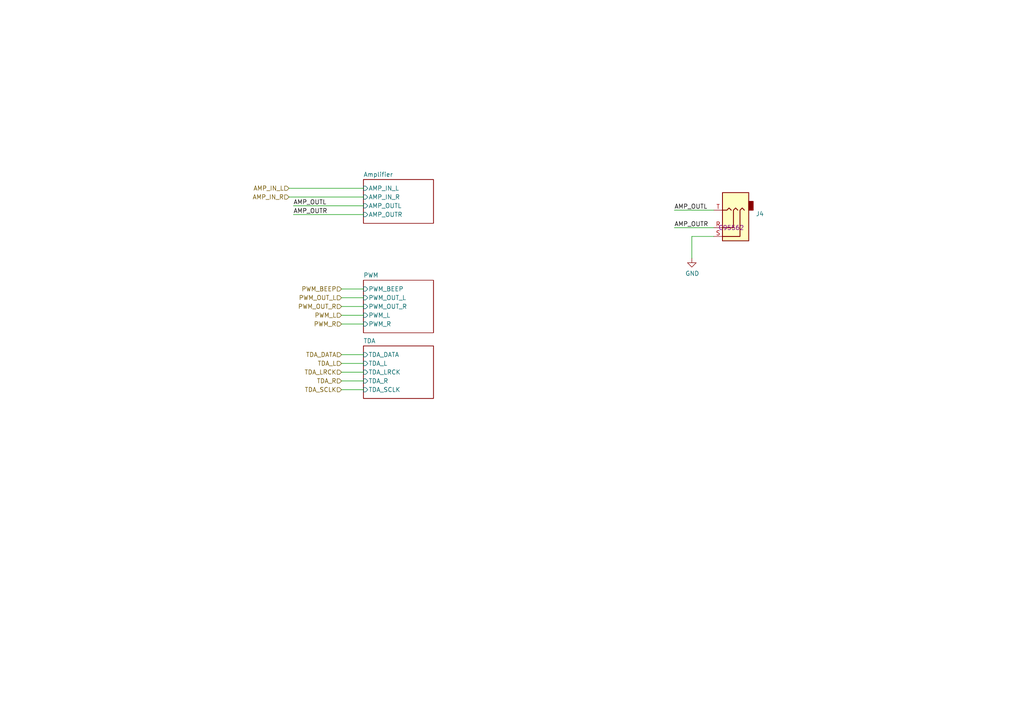
<source format=kicad_sch>
(kicad_sch (version 20250114) (generator "eeschema") (generator_version "9.0")
  (paper "A4")
  (title_block (title "MiniFRANK RM1") (date "2025-04-09") (rev "${VERSION}") (company "Mikhail Matveev") (comment 1 "https://github.com/xtremespb/frank"))
  (lib_symbols
    (symbol "FRANK:AudioJack_3.5mm"
      (property "Reference" "AJ2" (at -7.1119 -4.0097 0))
      (symbol "AudioJack_3.5mm_0_1"
        (rectangle (start -5.08 -5.08) (end -6.35 -7.62) (stroke (width 0.254)) (fill (type outline)))
        (polyline (pts (xy -1.905 -5.08) (xy -1.27 -5.715) (xy -0.635 -5.08) (xy -0.635 0) (xy 2.54 0)) (stroke (width 0.254)))
        (polyline (pts (xy 0 -5.08) (xy 0.635 -5.715) (xy 1.27 -5.08) (xy 2.54 -5.08)) (stroke (width 0.254)))
        (rectangle (start 2.54 3.81) (end -5.08 -10.16) (stroke (width 0.254)) (fill (type background)))
        (polyline (pts (xy 2.54 2.54) (xy -2.54 2.54) (xy -2.54 -5.08) (xy -3.175 -5.715) (xy -3.81 -5.08)) (stroke (width 0.254)))
      )
      (symbol "AudioJack_3.5mm_1_1"
        (pin passive line (at 5.08 2.54 180) (length 2.54) (name "~") (number "S"))
        (pin passive line (at 5.08 0 180) (length 2.54) (name "~") (number "R"))
        (pin passive line (at 5.08 -5.08 180) (length 2.54) (name "~") (number "T"))
      )
    )
    (symbol "GND_1" (power) (pin_numbers (hide yes)) (pin_names (offset 0) (hide yes))
      (property "Value" "GND" (at 0 -3.81 0))
      (symbol "GND_1_0_1"
        (polyline (pts (xy 0 0) (xy 0 -1.27) (xy 1.27 -1.27) (xy 0 -2.54) (xy -1.27 -1.27) (xy 0 -1.27)))
      )
      (symbol "GND_1_1_1"
        (pin power_in line (at 0 0 270) (length 0) (name "~") (number "1"))
      )
    )
  )
  (wire (pts (xy 195.58 66.04) (xy 207.01 66.04)))
  (wire (pts (xy 99.06 110.49) (xy 105.41 110.49)))
  (wire (pts (xy 85.09 62.23) (xy 105.41 62.23)))
  (wire (pts (xy 85.09 59.69) (xy 105.41 59.69)))
  (wire (pts (xy 99.06 83.82) (xy 105.41 83.82)))
  (wire (pts (xy 99.06 107.95) (xy 105.41 107.95)))
  (wire (pts (xy 99.06 93.98) (xy 105.41 93.98)))
  (wire (pts (xy 99.06 105.41) (xy 105.41 105.41)))
  (wire (pts (xy 99.06 113.03) (xy 105.41 113.03)))
  (wire (pts (xy 195.58 60.96) (xy 207.01 60.96)))
  (wire (pts (xy 207.01 68.58) (xy 200.66 68.58)))
  (wire (pts (xy 99.06 102.87) (xy 105.41 102.87)))
  (wire (pts (xy 99.06 88.9) (xy 105.41 88.9)))
  (wire (pts (xy 83.82 57.15) (xy 105.41 57.15)))
  (wire (pts (xy 83.82 54.61) (xy 105.41 54.61)))
  (wire (pts (xy 200.66 68.58) (xy 200.66 74.93)))
  (wire (pts (xy 99.06 91.44) (xy 105.41 91.44)))
  (wire (pts (xy 99.06 86.36) (xy 105.41 86.36)))
  (label "AMP_OUTR" (at 195.58 66.04 0))
  (label "AMP_OUTL" (at 85.09 59.69 0))
  (label "AMP_OUTL" (at 195.58 60.96 0))
  (label "AMP_OUTR" (at 85.09 62.23 0))
  (hierarchical_label "PWM_OUT_R" (shape input) (at 99.06 88.9 180))
  (hierarchical_label "TDA_SCLK" (shape input) (at 99.06 113.03 180))
  (hierarchical_label "TDA_L" (shape input) (at 99.06 105.41 180))
  (hierarchical_label "TDA_DATA" (shape input) (at 99.06 102.87 180))
  (hierarchical_label "TDA_LRCK" (shape input) (at 99.06 107.95 180))
  (hierarchical_label "PWM_OUT_L" (shape input) (at 99.06 86.36 180))
  (hierarchical_label "PWM_R" (shape input) (at 99.06 93.98 180))
  (hierarchical_label "AMP_IN_R" (shape input) (at 83.82 57.15 180))
  (hierarchical_label "AMP_IN_L" (shape input) (at 83.82 54.61 180))
  (hierarchical_label "PWM_BEEP" (shape input) (at 99.06 83.82 180))
  (hierarchical_label "TDA_R" (shape input) (at 99.06 110.49 180))
  (hierarchical_label "PWM_L" (shape input) (at 99.06 91.44 180))
  (symbol (lib_name "GND_1") (lib_id "power:GND") (at 200.66 74.93 0) (unit 1)
    (property "Reference" "#PWR039" (effects (hide yes)))
    (property "Value" "GND" (at 200.787 79.3242 0))
    (property "Description" "Power symbol creates a global label with name \"GND\" , ground" (effects (hide yes)))
  )
  (symbol (lib_id "FRANK:AudioJack_3.5mm") (at 212.09 66.04 180) (unit 1)
    (property "Reference" "J4" (at 219.2019 62.0303 0) (effects (justify right)))
    (property "Value" "PJ-320D" (effects (hide yes)))
    (property "Footprint" "FRANK:Jack (3.5mm, PJ-320D)" (effects (hide yes)))
    (property "Datasheet" "https://www.lcsc.com/datasheet/lcsc_datasheet_1810121716_Korean-Hroparts-Elec-PJ-320D-4A_C95562.pdf" (effects (hide yes)))
    (property "AliExpress" "https://www.aliexpress.com/item/4001158231104.html" (effects (hide yes)))
    (property "LCSC" "C95562" (at 212.09 66.04 0))
  )
  (sheet (at 105.41 100.33) (size 20.32 15.24) (stroke (width 0.1524))
    (property "Sheetname" "TDA" (at 105.41 99.6184 0) (effects (justify left bottom)))
    (property "Sheetfile" "tda.kicad_sch" (effects (hide yes)))
    (pin "TDA_DATA" input (at 105.41 102.87 180))
    (pin "TDA_L" input (at 105.41 105.41 180))
    (pin "TDA_LRCK" input (at 105.41 107.95 180))
    (pin "TDA_R" input (at 105.41 110.49 180))
    (pin "TDA_SCLK" input (at 105.41 113.03 180))
  )
  (sheet (at 105.41 52.07) (size 20.32 12.7) (stroke (width 0.1524))
    (property "Sheetname" "Amplifier" (at 105.41 51.3584 0) (effects (justify left bottom)))
    (property "Sheetfile" "amp.kicad_sch" (effects (hide yes)))
    (pin "AMP_IN_L" input (at 105.41 54.61 180))
    (pin "AMP_IN_R" input (at 105.41 57.15 180))
    (pin "AMP_OUTL" input (at 105.41 59.69 180))
    (pin "AMP_OUTR" input (at 105.41 62.23 180))
  )
  (sheet (at 105.41 81.28) (size 20.32 15.24) (stroke (width 0.1524))
    (property "Sheetname" "PWM" (at 105.41 80.5684 0) (effects (justify left bottom)))
    (property "Sheetfile" "pwm.kicad_sch" (effects (hide yes)))
    (pin "PWM_L" input (at 105.41 91.44 180))
    (pin "PWM_R" input (at 105.41 93.98 180))
    (pin "PWM_BEEP" input (at 105.41 83.82 180))
    (pin "PWM_OUT_L" input (at 105.41 86.36 180))
    (pin "PWM_OUT_R" input (at 105.41 88.9 180))
  )
)
</source>
